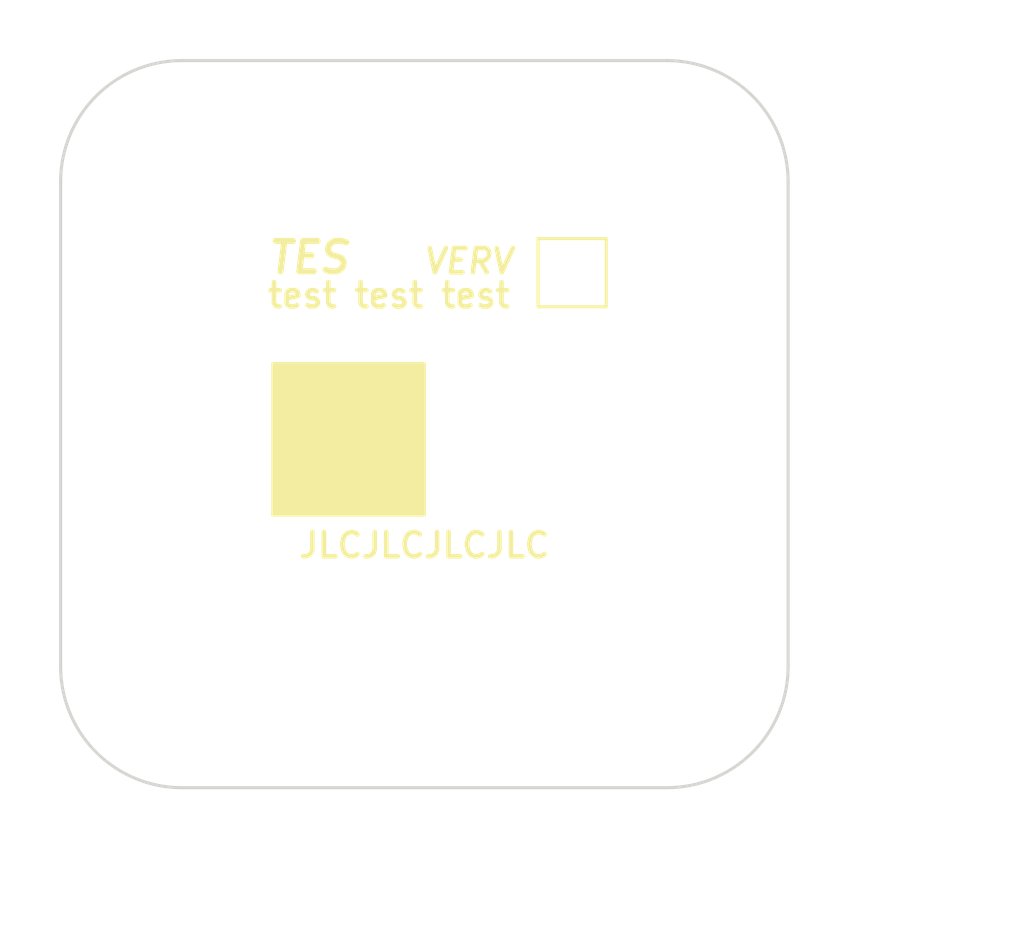
<source format=kicad_pcb>
(kicad_pcb
	(version 20240108)
	(generator "pcbnew")
	(generator_version "8.0")
	(general
		(thickness 1.5484)
		(legacy_teardrops no)
	)
	(paper "A5")
	(title_block
		(title "SET!!!")
		(date "SET!!!")
		(rev "VERV")
		(company "SET!!!")
		(comment 2 "SET!!!")
		(comment 3 "SET!!!")
	)
	(layers
		(0 "F.Cu" mixed)
		(1 "In1.Cu" power)
		(2 "In2.Cu" signal)
		(3 "In3.Cu" power)
		(4 "In4.Cu" power)
		(31 "B.Cu" signal)
		(32 "B.Adhes" user "B.Adhesive")
		(33 "F.Adhes" user "F.Adhesive")
		(34 "B.Paste" user)
		(35 "F.Paste" user)
		(36 "B.SilkS" user "B.Silkscreen")
		(37 "F.SilkS" user "F.Silkscreen")
		(38 "B.Mask" user)
		(39 "F.Mask" user)
		(40 "Dwgs.User" user "User.Drawings")
		(41 "Cmts.User" user "User.Comments")
		(42 "Eco1.User" user "User.Eco1")
		(43 "Eco2.User" user "User.Eco2")
		(44 "Edge.Cuts" user)
		(45 "Margin" user)
		(46 "B.CrtYd" user "B.Courtyard")
		(47 "F.CrtYd" user "F.Courtyard")
		(48 "B.Fab" user)
		(49 "F.Fab" user)
	)
	(setup
		(stackup
			(layer "F.SilkS"
				(type "Top Silk Screen")
			)
			(layer "F.Paste"
				(type "Top Solder Paste")
			)
			(layer "F.Mask"
				(type "Top Solder Mask")
				(thickness 0.005)
			)
			(layer "F.Cu"
				(type "copper")
				(thickness 0.035)
			)
			(layer "dielectric 1"
				(type "prepreg")
				(thickness 0.0994 locked)
				(material "3313")
				(epsilon_r 4.1)
				(loss_tangent 0.002)
			)
			(layer "In1.Cu"
				(type "copper")
				(thickness 0.0152)
			)
			(layer "dielectric 2"
				(type "core")
				(color "FR4 natural")
				(thickness 0.55 locked)
				(material "FR4")
				(epsilon_r 4.6)
				(loss_tangent 0.02)
			)
			(layer "In2.Cu"
				(type "copper")
				(thickness 0.0152)
			)
			(layer "dielectric 3"
				(type "prepreg")
				(thickness 0.1088 locked)
				(material "2216")
				(epsilon_r 4.16)
				(loss_tangent 0.002)
			)
			(layer "In3.Cu"
				(type "copper")
				(thickness 0.0152)
			)
			(layer "dielectric 4"
				(type "core")
				(color "FR4 natural")
				(thickness 0.55 locked)
				(material "FR4")
				(epsilon_r 4.6)
				(loss_tangent 0.02)
			)
			(layer "In4.Cu"
				(type "copper")
				(thickness 0.0152)
			)
			(layer "dielectric 5"
				(type "prepreg")
				(thickness 0.0994 locked)
				(material "3313")
				(epsilon_r 4.1)
				(loss_tangent 0.002)
			)
			(layer "B.Cu"
				(type "copper")
				(thickness 0.035)
			)
			(layer "B.Mask"
				(type "Bottom Solder Mask")
				(thickness 0.005)
			)
			(layer "B.Paste"
				(type "Bottom Solder Paste")
			)
			(layer "B.SilkS"
				(type "Bottom Silk Screen")
			)
			(copper_finish "Immersion gold")
			(dielectric_constraints yes)
		)
		(pad_to_mask_clearance 0)
		(allow_soldermask_bridges_in_footprints no)
		(aux_axis_origin 30 30)
		(grid_origin 30 30)
		(pcbplotparams
			(layerselection 0x00010fc_ffffffff)
			(plot_on_all_layers_selection 0x0000000_00000000)
			(disableapertmacros no)
			(usegerberextensions no)
			(usegerberattributes yes)
			(usegerberadvancedattributes yes)
			(creategerberjobfile yes)
			(dashed_line_dash_ratio 12.000000)
			(dashed_line_gap_ratio 3.000000)
			(svgprecision 4)
			(plotframeref no)
			(viasonmask no)
			(mode 1)
			(useauxorigin no)
			(hpglpennumber 1)
			(hpglpenspeed 20)
			(hpglpendiameter 15.000000)
			(pdf_front_fp_property_popups yes)
			(pdf_back_fp_property_popups yes)
			(dxfpolygonmode yes)
			(dxfimperialunits yes)
			(dxfusepcbnewfont yes)
			(psnegative no)
			(psa4output no)
			(plotreference yes)
			(plotvalue yes)
			(plotfptext yes)
			(plotinvisibletext no)
			(sketchpadsonfab no)
			(subtractmaskfromsilk no)
			(outputformat 1)
			(mirror no)
			(drillshape 1)
			(scaleselection 1)
			(outputdirectory "")
		)
	)
	(net 0 "")
	(gr_rect
		(start 37 40)
		(end 42 45)
		(stroke
			(width 0.1)
			(type solid)
		)
		(fill solid)
		(layer "F.SilkS")
		(uuid "026c03b3-14e4-41ea-b695-ffe4874080d9")
	)
	(gr_line
		(start 48 35.875)
		(end 45.75 35.874999)
		(stroke
			(width 0.1)
			(type default)
		)
		(layer "F.SilkS")
		(uuid "61bea4c9-d85d-4408-af02-c35b8adabee3")
	)
	(gr_line
		(start 45.75 35.874999)
		(end 45.750001 38.124998)
		(stroke
			(width 0.1)
			(type default)
		)
		(layer "F.SilkS")
		(uuid "93881c84-3ea3-43d2-a201-6c500d60c2c2")
	)
	(gr_line
		(start 47.999999 38.124999)
		(end 48 35.875)
		(stroke
			(width 0.1)
			(type default)
		)
		(layer "F.SilkS")
		(uuid "b1573c85-3812-4e94-9812-3783792db5f0")
	)
	(gr_line
		(start 47.999999 38.124999)
		(end 45.750001 38.124998)
		(stroke
			(width 0.1)
			(type default)
		)
		(layer "F.SilkS")
		(uuid "d972b3f0-d61c-492a-9298-391b19a5217e")
	)
	(gr_line
		(start 30 31)
		(end 30 29)
		(stroke
			(width 0.1)
			(type default)
		)
		(layer "Dwgs.User")
		(uuid "2d234295-a4e9-4746-9124-b08f024a2e2e")
	)
	(gr_line
		(start 31 30)
		(end 29 30)
		(stroke
			(width 0.1)
			(type default)
		)
		(layer "Dwgs.User")
		(uuid "5243a095-e707-45ff-a146-a83980720831")
	)
	(gr_line
		(start 34 30)
		(end 50 30)
		(stroke
			(width 0.1)
			(type default)
		)
		(layer "Edge.Cuts")
		(uuid "32420774-041b-427a-ba95-49513e863289")
	)
	(gr_arc
		(start 29.999999 34.000001)
		(mid 31.171572 31.171573)
		(end 34 30)
		(stroke
			(width 0.1)
			(type default)
		)
		(layer "Edge.Cuts")
		(uuid "926c1e92-b704-4125-beee-5a873cfc4da8")
	)
	(gr_arc
		(start 50 30)
		(mid 52.828428 31.171573)
		(end 54.000001 34.000001)
		(stroke
			(width 0.1)
			(type default)
		)
		(layer "Edge.Cuts")
		(uuid "93e0c87a-64d9-4498-a071-018c65a3cf8f")
	)
	(gr_arc
		(start 54 50)
		(mid 52.828427 52.828428)
		(end 49.999999 54.000001)
		(stroke
			(width 0.1)
			(type default)
		)
		(layer "Edge.Cuts")
		(uuid "a50aed70-4750-4ec1-af9b-763ba876447a")
	)
	(gr_line
		(start 29.999999 34.000001)
		(end 29.999999 50)
		(stroke
			(width 0.1)
			(type default)
		)
		(layer "Edge.Cuts")
		(uuid "b63d02d3-6342-4c27-ac2e-268e2ac8f3ad")
	)
	(gr_line
		(start 49.999999 54.000001)
		(end 34 54.000001)
		(stroke
			(width 0.1)
			(type default)
		)
		(layer "Edge.Cuts")
		(uuid "cae4907a-87ee-4a4c-95ca-20d359877e71")
	)
	(gr_arc
		(start 34 54.000001)
		(mid 31.171572 52.828428)
		(end 29.999999 50)
		(stroke
			(width 0.1)
			(type default)
		)
		(layer "Edge.Cuts")
		(uuid "e07d1935-4f59-41fa-bd1c-0ad973e30409")
	)
	(gr_line
		(start 54 49.999999)
		(end 54 34)
		(stroke
			(width 0.1)
			(type default)
		)
		(layer "Edge.Cuts")
		(uuid "f6f6389d-2fb6-4936-a061-35cf5f18ed3f")
	)
	(gr_text "TES"
		(at 36.75 36.5 0)
		(layer "F.SilkS")
		(uuid "2b3a430e-1fa6-4240-9822-121789126b80")
		(effects
			(font
				(size 1 1)
				(thickness 0.2)
				(bold yes)
				(italic yes)
			)
			(justify left)
		)
	)
	(gr_text "VERV"
		(at 45 36.624999 0)
		(layer "F.SilkS")
		(uuid "6edb1cfc-a614-47a0-8cb0-bb82824a9954")
		(effects
			(font
				(size 0.8 0.8)
				(thickness 0.15)
				(bold yes)
				(italic yes)
			)
			(justify right)
		)
	)
	(gr_text "test test test"
		(at 36.75 37.749999 0)
		(layer "F.SilkS")
		(uuid "ad4880dd-f1f2-429d-bf37-3f960fe342ef")
		(effects
			(font
				(size 0.8 0.8)
				(thickness 0.15)
				(bold yes)
			)
			(justify left)
		)
	)
	(gr_text "JLCJLCJLCJLC"
		(at 42 46 0)
		(layer "F.SilkS")
		(uuid "f82c5067-7aad-426a-8ae9-24b53d9b0970")
		(effects
			(font
				(size 0.8 0.8)
				(thickness 0.15)
			)
		)
	)
	(dimension
		(type aligned)
		(layer "Dwgs.User")
		(uuid "25cf3412-5c1c-4653-adc3-436a36ae2665")
		(pts
			(xy 49.999999 54.000001) (xy 50 30)
		)
		(height 7.999999)
		(gr_text "24,0000 mm"
			(at 56.849999 42 89.99999523)
			(layer "Dwgs.User")
			(uuid "25cf3412-5c1c-4653-adc3-436a36ae2665")
			(effects
				(font
					(size 1 1)
					(thickness 0.15)
				)
			)
		)
		(format
			(prefix "")
			(suffix "")
			(units 3)
			(units_format 1)
			(precision 4)
		)
		(style
			(thickness 0.1)
			(arrow_length 1.27)
			(text_position_mode 0)
			(extension_height 0.58642)
			(extension_offset 0.5) keep_text_aligned)
	)
	(dimension
		(type aligned)
		(layer "Dwgs.User")
		(uuid "dfc9d9c2-cc5a-430c-a084-a15247756aed")
		(pts
			(xy 30 50) (xy 54 50)
		)
		(height 7.999999)
		(gr_text "24,0000 mm"
			(at 42 56.849999 0)
			(layer "Dwgs.User")
			(uuid "dfc9d9c2-cc5a-430c-a084-a15247756aed")
			(effects
				(font
					(size 1 1)
					(thickness 0.15)
				)
			)
		)
		(format
			(prefix "")
			(suffix "")
			(units 3)
			(units_format 1)
			(precision 4)
		)
		(style
			(thickness 0.1)
			(arrow_length 1.27)
			(text_position_mode 0)
			(extension_height 0.58642)
			(extension_offset 0.5) keep_text_aligned)
	)
	(zone
		(net 0)
		(net_name "")
		(layers "F&B.Cu")
		(uuid "8cb85212-8b9c-46c2-a04c-18ad27295f62")
		(hatch edge 0.5)
		(connect_pads
			(clearance 0.127)
		)
		(min_thickness 0.127)
		(filled_areas_thickness no)
		(fill
			(thermal_gap 0.127)
			(thermal_bridge_width 0.5)
			(smoothing fillet)
			(radius 1)
			(island_removal_mode 1)
			(island_area_min 10)
		)
		(polygon
			(pts
				(xy 29 29) (xy 55 29) (xy 55 55) (xy 29 55)
			)
		)
	)
	(zone
		(net 0)
		(net_name "")
		(layers "In1.Cu" "In2.Cu" "In3.Cu" "In4.Cu")
		(uuid "d670b5d7-7f84-45a9-bea5-2257f717cf5c")
		(hatch edge 0.5)
		(priority 1)
		(connect_pads
			(clearance 0.2)
		)
		(min_thickness 0.2)
		(filled_areas_thickness no)
		(fill
			(thermal_gap 0.2)
			(thermal_bridge_width 0.5)
			(smoothing fillet)
			(radius 1)
			(island_removal_mode 1)
			(island_area_min 10)
		)
		(polygon
			(pts
				(xy 28 28) (xy 56 28) (xy 56 56) (xy 28 56)
			)
		)
	)
	(group ""
		(uuid "14fe0c29-9ea8-4ce0-b3f6-937ee4c4d2fd")
		(members "2b3a430e-1fa6-4240-9822-121789126b80" "6edb1cfc-a614-47a0-8cb0-bb82824a9954"
			"ad4880dd-f1f2-429d-bf37-3f960fe342ef"
		)
	)
	(group ""
		(uuid "2d6dd156-58a2-468a-a0aa-24837a8c1158")
		(members "026c03b3-14e4-41ea-b695-ffe4874080d9")
	)
	(group ""
		(uuid "a26431d1-5666-4073-833f-845dc6508d7b")
		(members "61bea4c9-d85d-4408-af02-c35b8adabee3" "93881c84-3ea3-43d2-a201-6c500d60c2c2"
			"b1573c85-3812-4e94-9812-3783792db5f0" "d972b3f0-d61c-492a-9298-391b19a5217e"
		)
	)
)

</source>
